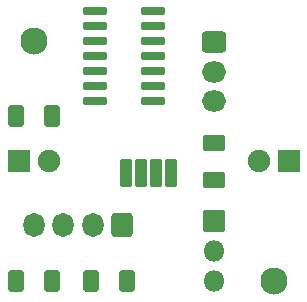
<source format=gts>
%TF.GenerationSoftware,KiCad,Pcbnew,7.0.1*%
%TF.CreationDate,2023-10-30T09:30:19+01:00*%
%TF.ProjectId,opto-counter,6f70746f-2d63-46f7-956e-7465722e6b69,rev?*%
%TF.SameCoordinates,Original*%
%TF.FileFunction,Soldermask,Top*%
%TF.FilePolarity,Negative*%
%FSLAX46Y46*%
G04 Gerber Fmt 4.6, Leading zero omitted, Abs format (unit mm)*
G04 Created by KiCad (PCBNEW 7.0.1) date 2023-10-30 09:30:19*
%MOMM*%
%LPD*%
G01*
G04 APERTURE LIST*
G04 Aperture macros list*
%AMRoundRect*
0 Rectangle with rounded corners*
0 $1 Rounding radius*
0 $2 $3 $4 $5 $6 $7 $8 $9 X,Y pos of 4 corners*
0 Add a 4 corners polygon primitive as box body*
4,1,4,$2,$3,$4,$5,$6,$7,$8,$9,$2,$3,0*
0 Add four circle primitives for the rounded corners*
1,1,$1+$1,$2,$3*
1,1,$1+$1,$4,$5*
1,1,$1+$1,$6,$7*
1,1,$1+$1,$8,$9*
0 Add four rect primitives between the rounded corners*
20,1,$1+$1,$2,$3,$4,$5,0*
20,1,$1+$1,$4,$5,$6,$7,0*
20,1,$1+$1,$6,$7,$8,$9,0*
20,1,$1+$1,$8,$9,$2,$3,0*%
G04 Aperture macros list end*
%ADD10RoundRect,0.300000X0.650000X-0.412500X0.650000X0.412500X-0.650000X0.412500X-0.650000X-0.412500X0*%
%ADD11RoundRect,0.300000X-0.400000X-0.625000X0.400000X-0.625000X0.400000X0.625000X-0.400000X0.625000X0*%
%ADD12RoundRect,0.300000X0.400000X0.625000X-0.400000X0.625000X-0.400000X-0.625000X0.400000X-0.625000X0*%
%ADD13RoundRect,0.200000X0.825000X0.150000X-0.825000X0.150000X-0.825000X-0.150000X0.825000X-0.150000X0*%
%ADD14C,2.300000*%
%ADD15RoundRect,0.050000X-0.450000X-1.100000X0.450000X-1.100000X0.450000X1.100000X-0.450000X1.100000X0*%
%ADD16RoundRect,0.050000X-0.900000X-0.900000X0.900000X-0.900000X0.900000X0.900000X-0.900000X0.900000X0*%
%ADD17C,1.900000*%
%ADD18RoundRect,0.050000X0.900000X0.900000X-0.900000X0.900000X-0.900000X-0.900000X0.900000X-0.900000X0*%
%ADD19RoundRect,0.050000X-0.850000X-0.850000X0.850000X-0.850000X0.850000X0.850000X-0.850000X0.850000X0*%
%ADD20O,1.800000X1.800000*%
%ADD21RoundRect,0.300000X0.600000X0.725000X-0.600000X0.725000X-0.600000X-0.725000X0.600000X-0.725000X0*%
%ADD22O,1.800000X2.050000*%
%ADD23RoundRect,0.300000X-0.725000X0.600000X-0.725000X-0.600000X0.725000X-0.600000X0.725000X0.600000X0*%
%ADD24O,2.050000X1.800000*%
G04 APERTURE END LIST*
D10*
%TO.C,C1*%
X82550000Y-39662500D03*
X82550000Y-36537500D03*
%TD*%
D11*
%TO.C,R1*%
X72110000Y-48260000D03*
X75210000Y-48260000D03*
%TD*%
%TO.C,R2*%
X65760000Y-34290000D03*
X68860000Y-34290000D03*
%TD*%
D12*
%TO.C,R3*%
X68860000Y-48260000D03*
X65760000Y-48260000D03*
%TD*%
D13*
%TO.C,U1*%
X77405000Y-33020000D03*
X77405000Y-31750000D03*
X77405000Y-30480000D03*
X77405000Y-29210000D03*
X77405000Y-27940000D03*
X77405000Y-26670000D03*
X77405000Y-25400000D03*
X72455000Y-25400000D03*
X72455000Y-26670000D03*
X72455000Y-27940000D03*
X72455000Y-29210000D03*
X72455000Y-30480000D03*
X72455000Y-31750000D03*
X72455000Y-33020000D03*
%TD*%
D14*
%TO.C,H2*%
X87630000Y-48260000D03*
%TD*%
%TO.C,H1*%
X67310000Y-27940000D03*
%TD*%
D15*
%TO.C,U2*%
X75145000Y-39100000D03*
X76415000Y-39100000D03*
X77685000Y-39100000D03*
X78955000Y-39100000D03*
%TD*%
D16*
%TO.C,D1*%
X66040000Y-38100000D03*
D17*
X68580000Y-38100000D03*
%TD*%
D18*
%TO.C,D2*%
X88900000Y-38100000D03*
D17*
X86360000Y-38100000D03*
%TD*%
D19*
%TO.C,J1*%
X82550000Y-43195000D03*
D20*
X82550000Y-45735000D03*
X82550000Y-48275000D03*
%TD*%
D21*
%TO.C,J2*%
X74810000Y-43540000D03*
D22*
X72310000Y-43540000D03*
X69810000Y-43540000D03*
X67310000Y-43540000D03*
%TD*%
D23*
%TO.C,J3*%
X82550000Y-28020000D03*
D24*
X82550000Y-30520000D03*
X82550000Y-33020000D03*
%TD*%
M02*

</source>
